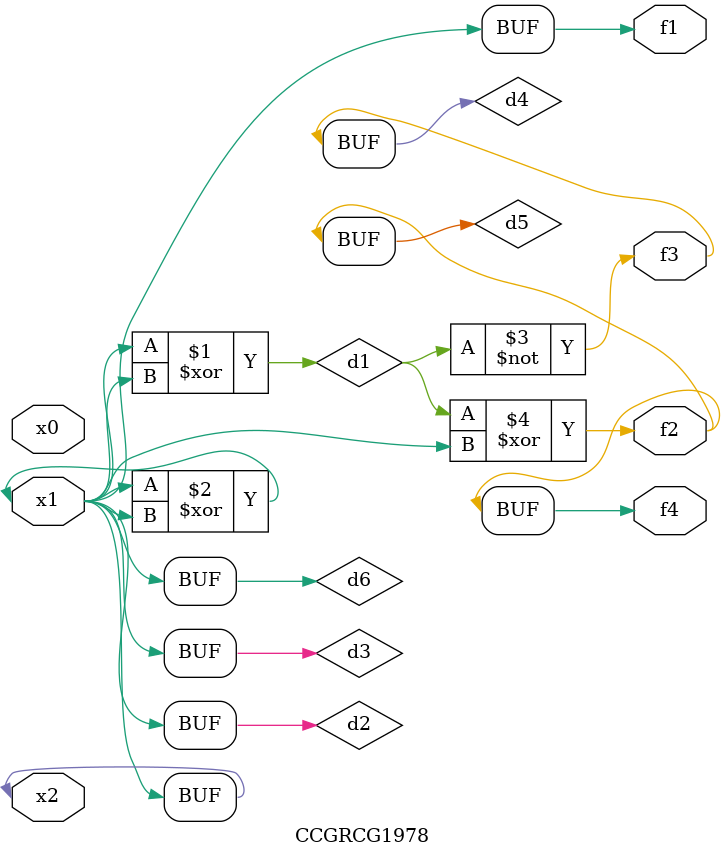
<source format=v>
module CCGRCG1978(
	input x0, x1, x2,
	output f1, f2, f3, f4
);

	wire d1, d2, d3, d4, d5, d6;

	xor (d1, x1, x2);
	buf (d2, x1, x2);
	xor (d3, x1, x2);
	nor (d4, d1);
	xor (d5, d1, d2);
	buf (d6, d2, d3);
	assign f1 = d6;
	assign f2 = d5;
	assign f3 = d4;
	assign f4 = d5;
endmodule

</source>
